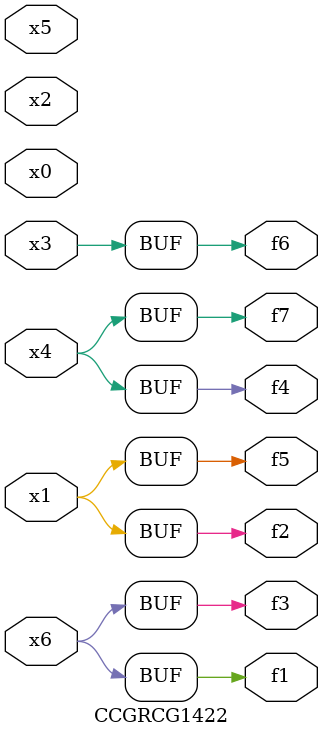
<source format=v>
module CCGRCG1422(
	input x0, x1, x2, x3, x4, x5, x6,
	output f1, f2, f3, f4, f5, f6, f7
);
	assign f1 = x6;
	assign f2 = x1;
	assign f3 = x6;
	assign f4 = x4;
	assign f5 = x1;
	assign f6 = x3;
	assign f7 = x4;
endmodule

</source>
